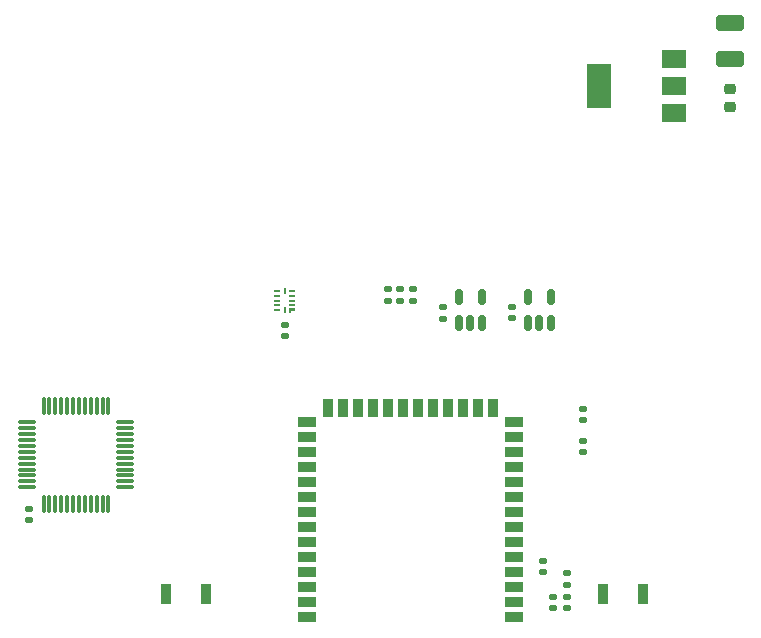
<source format=gbr>
%TF.GenerationSoftware,KiCad,Pcbnew,7.0.8*%
%TF.CreationDate,2023-11-15T20:37:27+01:00*%
%TF.ProjectId,main_board_4_jlc-3.2,6d61696e-5f62-46f6-9172-645f345f6a6c,rev?*%
%TF.SameCoordinates,Original*%
%TF.FileFunction,Paste,Top*%
%TF.FilePolarity,Positive*%
%FSLAX46Y46*%
G04 Gerber Fmt 4.6, Leading zero omitted, Abs format (unit mm)*
G04 Created by KiCad (PCBNEW 7.0.8) date 2023-11-15 20:37:27*
%MOMM*%
%LPD*%
G01*
G04 APERTURE LIST*
G04 Aperture macros list*
%AMRoundRect*
0 Rectangle with rounded corners*
0 $1 Rounding radius*
0 $2 $3 $4 $5 $6 $7 $8 $9 X,Y pos of 4 corners*
0 Add a 4 corners polygon primitive as box body*
4,1,4,$2,$3,$4,$5,$6,$7,$8,$9,$2,$3,0*
0 Add four circle primitives for the rounded corners*
1,1,$1+$1,$2,$3*
1,1,$1+$1,$4,$5*
1,1,$1+$1,$6,$7*
1,1,$1+$1,$8,$9*
0 Add four rect primitives between the rounded corners*
20,1,$1+$1,$2,$3,$4,$5,0*
20,1,$1+$1,$4,$5,$6,$7,0*
20,1,$1+$1,$6,$7,$8,$9,0*
20,1,$1+$1,$8,$9,$2,$3,0*%
G04 Aperture macros list end*
%ADD10RoundRect,0.135000X0.185000X-0.135000X0.185000X0.135000X-0.185000X0.135000X-0.185000X-0.135000X0*%
%ADD11R,0.558800X0.254000*%
%ADD12R,0.254000X0.558800*%
%ADD13R,1.500000X0.900000*%
%ADD14R,0.900000X1.500000*%
%ADD15RoundRect,0.140000X-0.170000X0.140000X-0.170000X-0.140000X0.170000X-0.140000X0.170000X0.140000X0*%
%ADD16R,2.000000X1.500000*%
%ADD17R,2.000000X3.800000*%
%ADD18RoundRect,0.140000X0.170000X-0.140000X0.170000X0.140000X-0.170000X0.140000X-0.170000X-0.140000X0*%
%ADD19R,0.900000X1.700000*%
%ADD20RoundRect,0.150000X0.150000X-0.512500X0.150000X0.512500X-0.150000X0.512500X-0.150000X-0.512500X0*%
%ADD21RoundRect,0.250000X0.925000X-0.412500X0.925000X0.412500X-0.925000X0.412500X-0.925000X-0.412500X0*%
%ADD22RoundRect,0.225000X0.250000X-0.225000X0.250000X0.225000X-0.250000X0.225000X-0.250000X-0.225000X0*%
%ADD23RoundRect,0.075000X-0.662500X-0.075000X0.662500X-0.075000X0.662500X0.075000X-0.662500X0.075000X0*%
%ADD24RoundRect,0.075000X-0.075000X-0.662500X0.075000X-0.662500X0.075000X0.662500X-0.075000X0.662500X0*%
G04 APERTURE END LIST*
%TO.C,IC2*%
G36*
X215239471Y-230960679D02*
G01*
X214833063Y-230960679D01*
X214833063Y-231087679D01*
X214680663Y-231087679D01*
X214680671Y-230706679D01*
X215239471Y-230706679D01*
X215239471Y-230960679D01*
G37*
%TD*%
D10*
%TO.C,R14*%
X225200000Y-230080000D03*
X225200000Y-229060000D03*
%TD*%
%TO.C,R13*%
X224120000Y-230080000D03*
X224120000Y-229060000D03*
%TD*%
%TO.C,R12*%
X223040000Y-230080000D03*
X223040000Y-229060000D03*
%TD*%
D11*
%TO.C,IC2*%
X214960071Y-230833679D03*
X214960071Y-230433629D03*
X214960071Y-230033579D03*
X214960071Y-229633529D03*
X214960071Y-229233479D03*
D12*
X214335071Y-229258579D03*
D11*
X213710071Y-229233479D03*
X213710071Y-229633529D03*
X213710071Y-230033579D03*
X213710071Y-230433629D03*
X213710071Y-230833679D03*
D12*
X214335071Y-230808579D03*
%TD*%
D13*
%TO.C,U34*%
X233750000Y-256870000D03*
X233750000Y-255600000D03*
X233750000Y-254330000D03*
X233750000Y-253060000D03*
X233750000Y-251790000D03*
X233750000Y-250520000D03*
X233750000Y-249250000D03*
X233750000Y-247980000D03*
X233750000Y-246710000D03*
X233750000Y-245440000D03*
X233750000Y-244170000D03*
X233750000Y-242900000D03*
X233750000Y-241630000D03*
X233750000Y-240360000D03*
D14*
X231985000Y-239110000D03*
X230715000Y-239110000D03*
X229445000Y-239110000D03*
X228175000Y-239110000D03*
X226905000Y-239110000D03*
X225635000Y-239110000D03*
X224365000Y-239110000D03*
X223095000Y-239110000D03*
X221825000Y-239110000D03*
X220555000Y-239110000D03*
X219285000Y-239110000D03*
X218015000Y-239110000D03*
D13*
X216250000Y-240360000D03*
X216250000Y-241630000D03*
X216250000Y-242900000D03*
X216250000Y-244170000D03*
X216250000Y-245440000D03*
X216250000Y-246710000D03*
X216250000Y-247980000D03*
X216250000Y-249250000D03*
X216250000Y-250520000D03*
X216250000Y-251790000D03*
X216250000Y-253060000D03*
X216250000Y-254330000D03*
X216250000Y-255600000D03*
X216250000Y-256870000D03*
%TD*%
D15*
%TO.C,C1*%
X238267000Y-255132100D03*
X238267000Y-256092100D03*
%TD*%
D16*
%TO.C,IC3*%
X247268000Y-214155000D03*
X247268000Y-211855000D03*
X247268000Y-209555000D03*
D17*
X240968000Y-211855000D03*
%TD*%
D18*
%TO.C,C6*%
X227745550Y-230611579D03*
X227745550Y-231571579D03*
%TD*%
D19*
%TO.C,SW2*%
X244683200Y-254845000D03*
X241283200Y-254845000D03*
%TD*%
D20*
%TO.C,U1*%
X234949671Y-231975079D03*
X235899671Y-231975079D03*
X236849671Y-231975079D03*
X236849671Y-229700079D03*
X234949671Y-229700079D03*
%TD*%
D18*
%TO.C,C2*%
X236176000Y-253044100D03*
X236176000Y-252084100D03*
%TD*%
D21*
%TO.C,C37*%
X251992000Y-209582500D03*
X251992000Y-206507500D03*
%TD*%
D10*
%TO.C,R3*%
X238267000Y-254155450D03*
X238267000Y-253135450D03*
%TD*%
D18*
%TO.C,C4*%
X239605000Y-240145600D03*
X239605000Y-239185600D03*
%TD*%
D15*
%TO.C,C12*%
X214335071Y-233053579D03*
X214335071Y-232093579D03*
%TD*%
D22*
%TO.C,C38*%
X251992000Y-213646000D03*
X251992000Y-212096000D03*
%TD*%
D15*
%TO.C,C3*%
X239595400Y-241900800D03*
X239595400Y-242860800D03*
%TD*%
D18*
%TO.C,C5*%
X233585200Y-230590600D03*
X233585200Y-231550600D03*
%TD*%
D15*
%TO.C,C36*%
X237065000Y-255132100D03*
X237065000Y-256092100D03*
%TD*%
D18*
%TO.C,C34*%
X192683000Y-248621000D03*
X192683000Y-247661000D03*
%TD*%
D19*
%TO.C,SW1*%
X204250000Y-254845000D03*
X207650000Y-254845000D03*
%TD*%
D20*
%TO.C,U2*%
X229107671Y-231975079D03*
X230057671Y-231975079D03*
X231007671Y-231975079D03*
X231007671Y-229700079D03*
X229107671Y-229700079D03*
%TD*%
D23*
%TO.C,IC1*%
X192499452Y-240348000D03*
X192499452Y-240848000D03*
X192499452Y-241348000D03*
X192499452Y-241848000D03*
X192499452Y-242348000D03*
X192499452Y-242848000D03*
X192499452Y-243348000D03*
X192499452Y-243848000D03*
X192499452Y-244348000D03*
X192499452Y-244848000D03*
X192499452Y-245348000D03*
X192499452Y-245848000D03*
D24*
X193911952Y-247260500D03*
X194411952Y-247260500D03*
X194911952Y-247260500D03*
X195411952Y-247260500D03*
X195911952Y-247260500D03*
X196411952Y-247260500D03*
X196911952Y-247260500D03*
X197411952Y-247260500D03*
X197911952Y-247260500D03*
X198411952Y-247260500D03*
X198911952Y-247260500D03*
X199411952Y-247260500D03*
D23*
X200824452Y-245848000D03*
X200824452Y-245348000D03*
X200824452Y-244848000D03*
X200824452Y-244348000D03*
X200824452Y-243848000D03*
X200824452Y-243348000D03*
X200824452Y-242848000D03*
X200824452Y-242348000D03*
X200824452Y-241848000D03*
X200824452Y-241348000D03*
X200824452Y-240848000D03*
X200824452Y-240348000D03*
D24*
X199411952Y-238935500D03*
X198911952Y-238935500D03*
X198411952Y-238935500D03*
X197911952Y-238935500D03*
X197411952Y-238935500D03*
X196911952Y-238935500D03*
X196411952Y-238935500D03*
X195911952Y-238935500D03*
X195411952Y-238935500D03*
X194911952Y-238935500D03*
X194411952Y-238935500D03*
X193911952Y-238935500D03*
%TD*%
M02*

</source>
